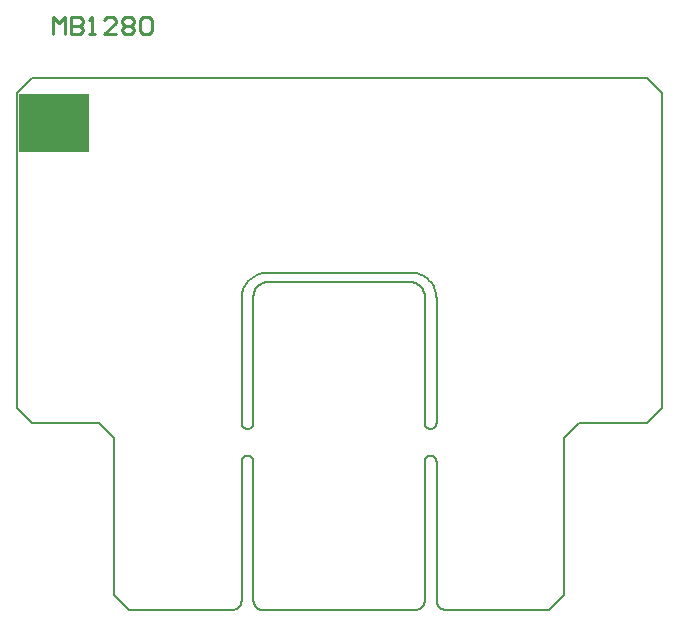
<source format=gbr>
%FSTAX23Y23*%
%MOIN*%
%SFA1B1*%

%IPPOS*%
%ADD18R,0.236220X0.196850*%
%ADD19C,0.005000*%
%ADD21C,0.010000*%
%LNmb1280-1*%
%LPD*%
G54D18*
X00125Y-0015D03*
G54D19*
X01399Y-01741D02*
D01*
X01399Y-01744*
X01399Y-01746*
X01399Y-01748*
X014Y-0175*
X01401Y-01753*
X01401Y-01755*
X01402Y-01757*
X01404Y-01759*
X01405Y-01761*
X01406Y-01763*
X01408Y-01764*
X0141Y-01766*
X01411Y-01767*
X01413Y-01769*
X01415Y-0177*
X01417Y-01771*
X01419Y-01772*
X01422Y-01773*
X01424Y-01774*
X01426Y-01774*
X01428Y-01774*
X01431Y-01774*
X01432Y-01775*
X00749Y-0115D02*
D01*
X00749Y-01151*
X00749Y-01153*
X00749Y-01154*
X0075Y-01155*
X0075Y-01157*
X00751Y-01158*
X00751Y-01159*
X00752Y-0116*
X00753Y-01161*
X00754Y-01163*
X00754Y-01164*
X00755Y-01165*
X00756Y-01165*
X00758Y-01166*
X00759Y-01167*
X0076Y-01168*
X00761Y-01168*
X00763Y-01169*
X00764Y-01169*
X00765Y-01169*
X00767Y-01169*
X00768Y-0117*
X00769*
X00771Y-01169*
X00772Y-01169*
X00773Y-01169*
X00775Y-01169*
X00776Y-01168*
X00777Y-01168*
X00778Y-01167*
X0078Y-01166*
X00781Y-01165*
X00782Y-01165*
X00783Y-01164*
X00784Y-01163*
X00785Y-01161*
X00785Y-0116*
X00786Y-01159*
X00787Y-01158*
X00787Y-01157*
X00788Y-01155*
X00788Y-01154*
X00788Y-01153*
X00788Y-01151*
X00788Y-0115*
X00835Y-0065D02*
D01*
X00829Y-0065*
X00823Y-00651*
X00817Y-00652*
X00811Y-00653*
X00806Y-00655*
X008Y-00657*
X00795Y-0066*
X0079Y-00663*
X00785Y-00666*
X0078Y-0067*
X00775Y-00674*
X00771Y-00678*
X00767Y-00683*
X00764Y-00688*
X0076Y-00693*
X00758Y-00698*
X00755Y-00704*
X00753Y-0071*
X00751Y-00715*
X0075Y-00721*
X00749Y-00727*
X00749Y-00733*
X00749Y-00736*
X00835Y-00681D02*
D01*
X00832Y-00682*
X00829Y-00682*
X00825Y-00682*
X00822Y-00683*
X00819Y-00684*
X00816Y-00685*
X00813Y-00687*
X0081Y-00689*
X00808Y-0069*
X00805Y-00692*
X00803Y-00695*
X008Y-00697*
X00798Y-00699*
X00796Y-00702*
X00795Y-00705*
X00793Y-00708*
X00792Y-00711*
X00791Y-00714*
X0079Y-00717*
X00789Y-0072*
X00789Y-00723*
X00788Y-00727*
X00788Y-00728*
X01359D02*
D01*
X01359Y-00725*
X01359Y-00722*
X01358Y-00718*
X01357Y-00715*
X01356Y-00712*
X01355Y-00709*
X01354Y-00706*
X01352Y-00703*
X0135Y-00701*
X01348Y-00698*
X01346Y-00696*
X01344Y-00693*
X01341Y-00691*
X01338Y-00689*
X01336Y-00688*
X01333Y-00686*
X0133Y-00685*
X01327Y-00684*
X01324Y-00683*
X0132Y-00682*
X01317Y-00682*
X01314Y-00681*
X01312Y-00681*
X01399Y-00734D02*
D01*
X01398Y-00729*
X01398Y-00723*
X01397Y-00717*
X01395Y-00711*
X01393Y-00706*
X01391Y-007*
X01389Y-00695*
X01386Y-0069*
X01382Y-00685*
X01379Y-0068*
X01375Y-00676*
X01371Y-00672*
X01366Y-00668*
X01361Y-00664*
X01356Y-00661*
X01351Y-00658*
X01346Y-00656*
X0134Y-00654*
X01334Y-00652*
X01329Y-00651*
X01323Y-0065*
X01317Y-0065*
X01314Y-0065*
X01359Y-0115D02*
D01*
X01359Y-01151*
X01359Y-01153*
X0136Y-01154*
X0136Y-01155*
X0136Y-01157*
X01361Y-01158*
X01361Y-01159*
X01362Y-0116*
X01363Y-01161*
X01364Y-01163*
X01365Y-01164*
X01366Y-01165*
X01367Y-01165*
X01368Y-01166*
X01369Y-01167*
X0137Y-01168*
X01371Y-01168*
X01373Y-01169*
X01374Y-01169*
X01375Y-01169*
X01377Y-01169*
X01378Y-0117*
X0138*
X01381Y-01169*
X01382Y-01169*
X01384Y-01169*
X01385Y-01169*
X01386Y-01168*
X01387Y-01168*
X01389Y-01167*
X0139Y-01166*
X01391Y-01165*
X01392Y-01165*
X01393Y-01164*
X01394Y-01163*
X01395Y-01161*
X01396Y-0116*
X01396Y-01159*
X01397Y-01158*
X01397Y-01157*
X01398Y-01155*
X01398Y-01154*
X01398Y-01153*
X01398Y-01151*
X01399Y-0115*
Y-01278D02*
D01*
X01398Y-01277*
X01398Y-01276*
X01398Y-01274*
X01398Y-01273*
X01397Y-01272*
X01397Y-0127*
X01396Y-01269*
X01396Y-01268*
X01395Y-01267*
X01394Y-01266*
X01393Y-01265*
X01392Y-01264*
X01391Y-01263*
X0139Y-01262*
X01389Y-01261*
X01387Y-01261*
X01386Y-0126*
X01385Y-0126*
X01384Y-01259*
X01382Y-01259*
X01381Y-01259*
X0138Y-01259*
X01378*
X01377Y-01259*
X01375Y-01259*
X01374Y-01259*
X01373Y-0126*
X01371Y-0126*
X0137Y-01261*
X01369Y-01261*
X01368Y-01262*
X01367Y-01263*
X01366Y-01264*
X01365Y-01265*
X01364Y-01266*
X01363Y-01267*
X01362Y-01268*
X01361Y-01269*
X01361Y-0127*
X0136Y-01272*
X0136Y-01273*
X0136Y-01274*
X01359Y-01276*
X01359Y-01277*
X01359Y-01278*
X00716Y-01775D02*
D01*
X00718Y-01774*
X0072Y-01774*
X00723Y-01774*
X00725Y-01773*
X00727Y-01772*
X00729Y-01772*
X00731Y-01771*
X00733Y-01769*
X00735Y-01768*
X00737Y-01767*
X00739Y-01765*
X0074Y-01763*
X00742Y-01762*
X00743Y-0176*
X00744Y-01758*
X00746Y-01756*
X00746Y-01754*
X00747Y-01751*
X00748Y-01749*
X00748Y-01747*
X00749Y-01745*
X00749Y-01742*
X00749Y-01741*
X00788Y-01278D02*
D01*
X00788Y-01277*
X00788Y-01276*
X00788Y-01274*
X00788Y-01273*
X00787Y-01272*
X00787Y-0127*
X00786Y-01269*
X00785Y-01268*
X00785Y-01267*
X00784Y-01266*
X00783Y-01265*
X00782Y-01264*
X00781Y-01263*
X0078Y-01262*
X00778Y-01261*
X00777Y-01261*
X00776Y-0126*
X00775Y-0126*
X00773Y-01259*
X00772Y-01259*
X00771Y-01259*
X00769Y-01259*
X00768*
X00767Y-01259*
X00765Y-01259*
X00764Y-01259*
X00763Y-0126*
X00761Y-0126*
X0076Y-01261*
X00759Y-01261*
X00758Y-01262*
X00756Y-01263*
X00755Y-01264*
X00754Y-01265*
X00754Y-01266*
X00753Y-01267*
X00752Y-01268*
X00751Y-01269*
X00751Y-0127*
X0075Y-01272*
X0075Y-01273*
X00749Y-01274*
X00749Y-01276*
X00749Y-01277*
X00749Y-01278*
X00788Y-01741D02*
D01*
X00788Y-01744*
X00789Y-01746*
X00789Y-01748*
X0079Y-0175*
X0079Y-01753*
X00791Y-01755*
X00792Y-01757*
X00793Y-01759*
X00795Y-01761*
X00796Y-01763*
X00798Y-01764*
X00799Y-01766*
X00801Y-01767*
X00803Y-01769*
X00805Y-0177*
X00807Y-01771*
X00809Y-01772*
X00811Y-01773*
X00814Y-01774*
X00816Y-01774*
X00818Y-01774*
X0082Y-01774*
X00822Y-01775*
X01326D02*
D01*
X01328Y-01774*
X0133Y-01774*
X01333Y-01774*
X01335Y-01773*
X01337Y-01772*
X01339Y-01772*
X01341Y-01771*
X01343Y-01769*
X01345Y-01768*
X01347Y-01767*
X01349Y-01765*
X01351Y-01763*
X01352Y-01762*
X01353Y-0176*
X01355Y-01758*
X01356Y-01756*
X01357Y-01754*
X01358Y-01751*
X01358Y-01749*
X01359Y-01747*
X01359Y-01745*
X01359Y-01742*
X01359Y-01741*
X00749Y-0115D02*
Y-00736D01*
X00788Y-0115D02*
Y-00728D01*
X00835Y-00681D02*
X01312D01*
X00835Y-0065D02*
X01314D01*
X01359Y-0115D02*
Y-00728D01*
X01399Y-0115D02*
Y-00734D01*
X00275Y-0115D02*
X00325Y-012D01*
X0005Y-0115D02*
X00275D01*
X0Y-011D02*
X0005Y-0115D01*
X01875D02*
X021D01*
X0215Y-011*
X01825Y-012D02*
X01875Y-0115D01*
X01359Y-01741D02*
Y-0128D01*
X01399D02*
X01399Y-01741D01*
X00749D02*
Y-0128D01*
X00788Y-01741D02*
Y-0128D01*
X00822Y-01775D02*
X01326D01*
X0Y-0005D02*
X0005Y0D01*
X0Y-011D02*
Y-0005D01*
X00375Y-01775D02*
X00716D01*
X00325Y-01725D02*
X00375Y-01775D01*
X00325Y-01725D02*
Y-012D01*
X01775Y-01775D02*
X01825Y-01725D01*
X01432Y-01775D02*
X01775D01*
X01825Y-01725D02*
Y-012D01*
X0005Y0D02*
X021D01*
X0215Y-0005*
Y-011D02*
Y-0005D01*
G54D21*
X0012Y00145D02*
Y00204D01*
X00139Y00184*
X00159Y00204*
Y00145*
X00179Y00204D02*
Y00145D01*
X00209*
X00219Y00155*
Y00164*
X00209Y00174*
X00179*
X00209*
X00219Y00184*
Y00194*
X00209Y00204*
X00179*
X00239Y00145D02*
X00259D01*
X00249*
Y00204*
X00239Y00194*
X00329Y00145D02*
X00289D01*
X00329Y00184*
Y00194*
X00319Y00204*
X00299*
X00289Y00194*
X00349D02*
X00359Y00204D01*
X00379*
X00389Y00194*
Y00184*
X00379Y00174*
X00389Y00164*
Y00155*
X00379Y00145*
X00359*
X00349Y00155*
Y00164*
X00359Y00174*
X00349Y00184*
Y00194*
X00359Y00174D02*
X00379D01*
X00409Y00194D02*
X00419Y00204D01*
X00439*
X00449Y00194*
Y00155*
X00439Y00145*
X00419*
X00409Y00155*
Y00194*
M02*
</source>
